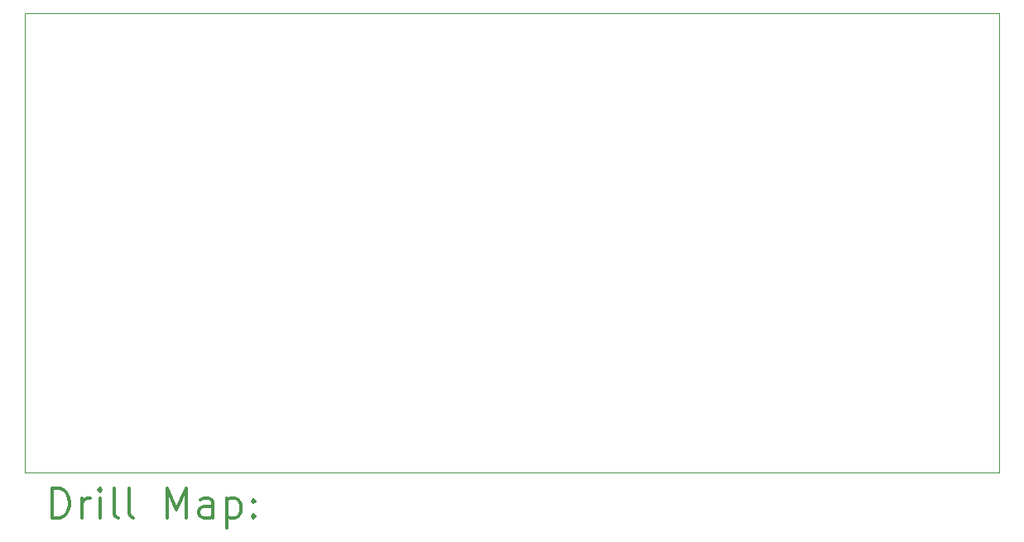
<source format=gbr>
%FSLAX45Y45*%
G04 Gerber Fmt 4.5, Leading zero omitted, Abs format (unit mm)*
G04 Created by KiCad (PCBNEW (5.1.9)-1) date 2021-12-16 02:45:17*
%MOMM*%
%LPD*%
G01*
G04 APERTURE LIST*
%TA.AperFunction,Profile*%
%ADD10C,0.050000*%
%TD*%
%ADD11C,0.200000*%
%ADD12C,0.300000*%
G04 APERTURE END LIST*
D10*
X14351000Y-7620000D02*
X14351000Y-12319000D01*
X4381500Y-7620000D02*
X14351000Y-7620000D01*
X4381500Y-12319000D02*
X4381500Y-7620000D01*
X4381500Y-12319000D02*
X14351000Y-12319000D01*
D11*
D12*
X4665428Y-12787214D02*
X4665428Y-12487214D01*
X4736857Y-12487214D01*
X4779714Y-12501500D01*
X4808286Y-12530071D01*
X4822571Y-12558643D01*
X4836857Y-12615786D01*
X4836857Y-12658643D01*
X4822571Y-12715786D01*
X4808286Y-12744357D01*
X4779714Y-12772929D01*
X4736857Y-12787214D01*
X4665428Y-12787214D01*
X4965428Y-12787214D02*
X4965428Y-12587214D01*
X4965428Y-12644357D02*
X4979714Y-12615786D01*
X4994000Y-12601500D01*
X5022571Y-12587214D01*
X5051143Y-12587214D01*
X5151143Y-12787214D02*
X5151143Y-12587214D01*
X5151143Y-12487214D02*
X5136857Y-12501500D01*
X5151143Y-12515786D01*
X5165428Y-12501500D01*
X5151143Y-12487214D01*
X5151143Y-12515786D01*
X5336857Y-12787214D02*
X5308286Y-12772929D01*
X5294000Y-12744357D01*
X5294000Y-12487214D01*
X5494000Y-12787214D02*
X5465428Y-12772929D01*
X5451143Y-12744357D01*
X5451143Y-12487214D01*
X5836857Y-12787214D02*
X5836857Y-12487214D01*
X5936857Y-12701500D01*
X6036857Y-12487214D01*
X6036857Y-12787214D01*
X6308286Y-12787214D02*
X6308286Y-12630071D01*
X6294000Y-12601500D01*
X6265428Y-12587214D01*
X6208286Y-12587214D01*
X6179714Y-12601500D01*
X6308286Y-12772929D02*
X6279714Y-12787214D01*
X6208286Y-12787214D01*
X6179714Y-12772929D01*
X6165428Y-12744357D01*
X6165428Y-12715786D01*
X6179714Y-12687214D01*
X6208286Y-12672929D01*
X6279714Y-12672929D01*
X6308286Y-12658643D01*
X6451143Y-12587214D02*
X6451143Y-12887214D01*
X6451143Y-12601500D02*
X6479714Y-12587214D01*
X6536857Y-12587214D01*
X6565428Y-12601500D01*
X6579714Y-12615786D01*
X6594000Y-12644357D01*
X6594000Y-12730071D01*
X6579714Y-12758643D01*
X6565428Y-12772929D01*
X6536857Y-12787214D01*
X6479714Y-12787214D01*
X6451143Y-12772929D01*
X6722571Y-12758643D02*
X6736857Y-12772929D01*
X6722571Y-12787214D01*
X6708286Y-12772929D01*
X6722571Y-12758643D01*
X6722571Y-12787214D01*
X6722571Y-12601500D02*
X6736857Y-12615786D01*
X6722571Y-12630071D01*
X6708286Y-12615786D01*
X6722571Y-12601500D01*
X6722571Y-12630071D01*
M02*

</source>
